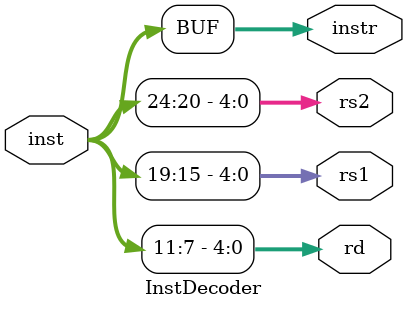
<source format=v>
module InstDecoder(inst, rd, rs1, rs2, instr);

	input [31:0] inst;
	output [4:0] rd, rs1, rs2;
	output [31:0] instr;
	
	assign rd = inst[11:7];
	assign rs1 = inst[19:15];
	assign rs2 = inst[24:20];
	assign instr = inst;
			
endmodule

</source>
